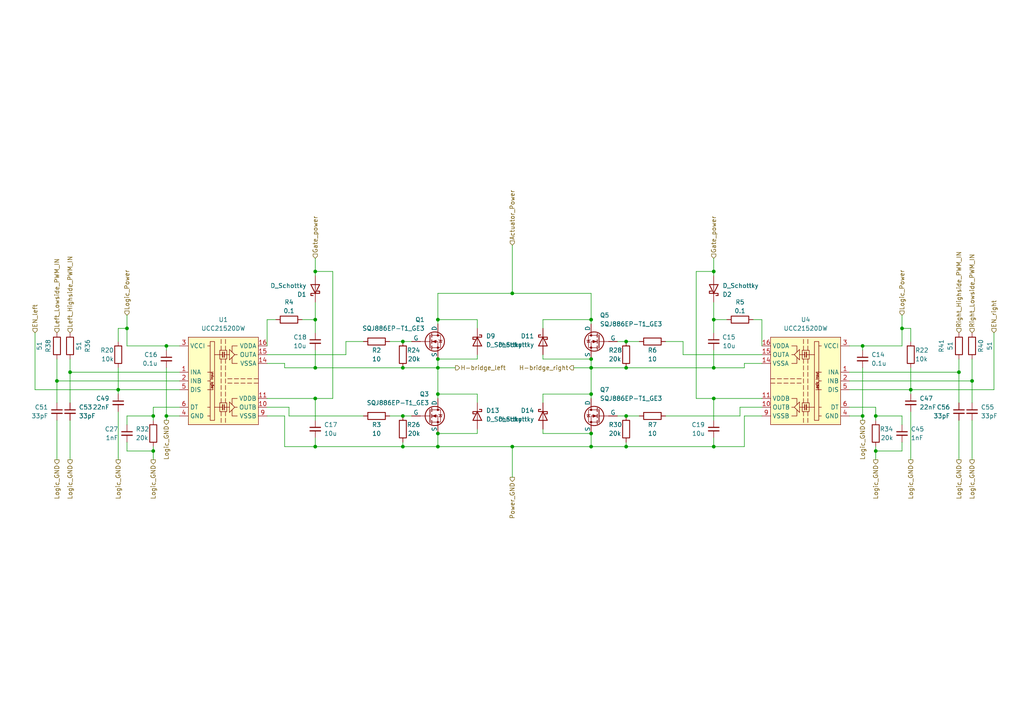
<source format=kicad_sch>
(kicad_sch (version 20230121) (generator eeschema)
  (paper "A4")
  (lib_symbols
    (symbol "Device:C_Small" (pin_numbers hide) (pin_names (offset 0.254) hide)
      (property "Reference" "C" (at 0.254 1.778 0))
      (property "Value" "C_Small" (at 0.254 -2.032 0))
      (symbol "C_Small_0_1"
        (polyline (pts (xy -1.524 -0.508) (xy 1.524 -0.508)) (stroke (width 0.3302)))
        (polyline (pts (xy -1.524 0.508) (xy 1.524 0.508)) (stroke (width 0.3048)))
      )
      (symbol "C_Small_1_1"
        (pin passive line (at 0 2.54 270) (length 2.032) (name "~") (number "1"))
        (pin passive line (at 0 -2.54 90) (length 2.032) (name "~") (number "2"))
      )
    )
    (symbol "Device:D_Schottky" (pin_numbers hide) (pin_names (offset 1.016) hide)
      (property "Reference" "D" (at 0 2.54 0))
      (property "Value" "D_Schottky" (at 0 -2.54 0))
      (symbol "D_Schottky_0_1"
        (polyline (pts (xy 1.27 0) (xy -1.27 0)))
        (polyline (pts (xy 1.27 1.27) (xy 1.27 -1.27) (xy -1.27 0) (xy 1.27 1.27)) (stroke (width 0.254)))
        (polyline (pts (xy -1.905 0.635) (xy -1.905 1.27) (xy -1.27 1.27) (xy -1.27 -1.27) (xy -0.635 -1.27) (xy -0.635 -0.635)) (stroke (width 0.254)))
      )
      (symbol "D_Schottky_1_1"
        (pin passive line (at -3.81 0 0) (length 2.54) (name "K") (number "1"))
        (pin passive line (at 3.81 0 180) (length 2.54) (name "A") (number "2"))
      )
    )
    (symbol "Device:R" (pin_numbers hide) (pin_names (offset 0))
      (property "Reference" "R" (at 2.032 0 90))
      (property "Value" "R" (at 0 0 90))
      (symbol "R_0_1"
        (rectangle (start -1.016 -2.54) (end 1.016 2.54) (stroke (width 0.254)))
      )
      (symbol "R_1_1"
        (pin passive line (at 0 3.81 270) (length 1.27) (name "~") (number "1"))
        (pin passive line (at 0 -3.81 90) (length 1.27) (name "~") (number "2"))
      )
    )
    (symbol "Driver_FET:UCC21520DW"
      (property "Reference" "U" (at 0 16.51 0))
      (property "Value" "UCC21520DW" (at 0 13.97 0))
      (symbol "UCC21520DW_0_0"
        (polyline (pts (xy -0.635 6.35) (xy -0.635 5.08)))
        (polyline (pts (xy -0.635 10.16) (xy -0.635 8.89)))
        (polyline (pts (xy -0.635 12.065) (xy -0.635 10.795)))
        (polyline (pts (xy -0.254 -7.62) (xy -2.54 -7.62)))
        (polyline (pts (xy -0.254 -6.858) (xy -0.254 -8.382)) (stroke (width 0.254)))
        (polyline (pts (xy -0.254 7.62) (xy -2.54 7.62)))
        (polyline (pts (xy -0.254 8.382) (xy -0.254 6.858)) (stroke (width 0.254)))
        (polyline (pts (xy 0.254 -7.62) (xy 1.778 -7.62)))
        (polyline (pts (xy 0.254 -6.858) (xy 0.254 -8.382)) (stroke (width 0.254)))
        (polyline (pts (xy 0.254 7.62) (xy 1.778 7.62)))
        (polyline (pts (xy 0.254 8.382) (xy 0.254 6.858)) (stroke (width 0.254)))
        (polyline (pts (xy 0.635 6.35) (xy 0.635 5.08)))
        (polyline (pts (xy 0.635 8.89) (xy 0.635 10.16)))
        (polyline (pts (xy 0.635 10.795) (xy 0.635 12.065)))
        (polyline (pts (xy 2.54 -0.635) (xy 1.27 -0.635)))
        (polyline (pts (xy 2.54 0.635) (xy 1.27 0.635)))
        (polyline (pts (xy 4.064 -7.62) (xy 3.302 -7.62)))
        (polyline (pts (xy 4.064 7.62) (xy 3.302 7.62)))
        (polyline (pts (xy 4.445 -0.635) (xy 3.175 -0.635)))
        (polyline (pts (xy 4.445 0.635) (xy 3.175 0.635)))
        (polyline (pts (xy 6.35 -0.635) (xy 5.08 -0.635)))
        (polyline (pts (xy 6.35 0.635) (xy 5.08 0.635)))
        (polyline (pts (xy 8.255 -0.635) (xy 6.985 -0.635)))
        (polyline (pts (xy 8.255 0.635) (xy 6.985 0.635)))
        (polyline (pts (xy 10.16 -0.635) (xy 8.89 -0.635)))
        (polyline (pts (xy 10.16 0.635) (xy 8.89 0.635)))
        (polyline (pts (xy 4.064 -10.16) (xy 2.54 -10.16) (xy 2.54 -8.382)))
        (polyline (pts (xy 4.064 -5.08) (xy 2.54 -5.08) (xy 2.54 -6.858)))
        (polyline (pts (xy 4.064 5.08) (xy 2.54 5.08) (xy 2.54 6.858)))
        (polyline (pts (xy 4.064 10.16) (xy 2.54 10.16) (xy 2.54 8.382)))
        (polyline (pts (xy 3.302 -7.62) (xy 1.778 -9.144) (xy 1.778 -6.096) (xy 3.302 -7.62)))
        (polyline (pts (xy 3.302 7.62) (xy 1.778 6.096) (xy 1.778 9.144) (xy 3.302 7.62)))
        (rectangle (start 1.016 -6.35) (end -1.016 -8.89))
        (rectangle (start 1.016 8.89) (end -1.016 6.35))
        (text "Logic Input" (at -3.302 0 900) (effects (font (size 0.635 0.635))))
      )
      (symbol "UCC21520DW_0_1"
        (rectangle (start -3.81 11.43) (end -2.54 -11.43))
        (polyline (pts (xy -3.81 -10.16) (xy -4.572 -10.16)))
        (polyline (pts (xy -3.81 -7.62) (xy -4.572 -7.62)))
        (polyline (pts (xy -3.81 -2.54) (xy -4.572 -2.54)))
        (polyline (pts (xy -3.81 0) (xy -4.572 0)))
        (polyline (pts (xy -3.81 2.54) (xy -4.572 2.54)))
        (polyline (pts (xy -3.81 10.16) (xy -4.572 10.16)))
        (polyline (pts (xy -0.635 -10.795) (xy -0.635 -12.065)))
        (polyline (pts (xy -0.635 -8.89) (xy -0.635 -10.16)))
        (polyline (pts (xy -0.635 -5.08) (xy -0.635 -6.35)))
        (polyline (pts (xy -0.635 -3.175) (xy -0.635 -4.445)))
        (polyline (pts (xy -0.635 -1.27) (xy -0.635 -2.54)))
        (polyline (pts (xy -0.635 0.635) (xy -0.635 -0.635)))
        (polyline (pts (xy -0.635 2.54) (xy -0.635 1.27)))
        (polyline (pts (xy -0.635 4.445) (xy -0.635 3.175)))
        (polyline (pts (xy 0.635 -10.795) (xy 0.635 -12.065)))
        (polyline (pts (xy 0.635 -8.89) (xy 0.635 -10.16)))
        (polyline (pts (xy 0.635 -5.08) (xy 0.635 -6.35)))
        (polyline (pts (xy 0.635 -3.175) (xy 0.635 -4.445)))
        (polyline (pts (xy 0.635 -1.27) (xy 0.635 -2.54)))
        (polyline (pts (xy 0.635 0.635) (xy 0.635 -0.635)))
        (polyline (pts (xy 0.635 2.54) (xy 0.635 1.27)))
        (polyline (pts (xy 0.635 4.445) (xy 0.635 3.175)))
        (rectangle (start 10.16 12.7) (end -10.16 -12.7) (fill (type background)))
      )
      (symbol "UCC21520DW_1_1"
        (pin input line (at -12.7 2.54 0) (length 2.54) (name "INA") (number "1"))
        (pin output line (at 12.7 -7.62 180) (length 2.54) (name "OUTB") (number "10"))
        (pin power_in line (at 12.7 -5.08 180) (length 2.54) (name "VDDB") (number "11"))
        (pin no_connect line (at 10.16 -2.54 180) (length 2.54) hide (name "NC") (number "12"))
        (pin no_connect line (at 10.16 2.54 180) (length 2.54) hide (name "NC") (number "13"))
        (pin power_in line (at 12.7 5.08 180) (length 2.54) (name "VSSA") (number "14"))
        (pin output line (at 12.7 7.62 180) (length 2.54) (name "OUTA") (number "15"))
        (pin power_in line (at 12.7 10.16 180) (length 2.54) (name "VDDA") (number "16"))
        (pin input line (at -12.7 0 0) (length 2.54) (name "INB") (number "2"))
        (pin power_in line (at -12.7 10.16 0) (length 2.54) (name "VCCI") (number "3"))
        (pin power_in line (at -12.7 -10.16 0) (length 2.54) (name "GND") (number "4"))
        (pin input line (at -12.7 -2.54 0) (length 2.54) (name "DIS") (number "5"))
        (pin passive line (at -12.7 -7.62 0) (length 2.54) (name "DT") (number "6"))
        (pin no_connect line (at -10.16 -5.08 0) (length 2.54) hide (name "NC") (number "7"))
        (pin passive line (at -12.7 10.16 0) (length 2.54) hide (name "VCCI") (number "8"))
        (pin power_in line (at 12.7 -10.16 180) (length 2.54) (name "VSSB") (number "9"))
      )
    )
    (symbol "RDC_generic:SQJ886EP-T1_GE3" (pin_numbers hide) (pin_names (offset 0))
      (property "Reference" "Q" (at 5.08 1.27 0))
      (property "Value" "SQJ886EP-T1_GE3" (at 5.08 -1.27 0))
      (symbol "SQJ886EP-T1_GE3_0_1"
        (polyline (pts (xy 0.254 0) (xy -2.54 0)))
        (polyline (pts (xy 0.254 1.905) (xy 0.254 -1.905)) (stroke (width 0.254)))
        (polyline (pts (xy 0.762 -1.27) (xy 0.762 -2.286)) (stroke (width 0.254)))
        (polyline (pts (xy 0.762 0.508) (xy 0.762 -0.508)) (stroke (width 0.254)))
        (polyline (pts (xy 0.762 2.286) (xy 0.762 1.27)) (stroke (width 0.254)))
        (polyline (pts (xy 2.54 2.54) (xy 2.54 1.778)))
        (polyline (pts (xy 2.54 -2.54) (xy 2.54 0) (xy 0.762 0)))
        (polyline (pts (xy 0.762 -1.778) (xy 3.302 -1.778) (xy 3.302 1.778) (xy 0.762 1.778)))
        (polyline (pts (xy 1.016 0) (xy 2.032 0.381) (xy 2.032 -0.381) (xy 1.016 0)) (fill (type outline)))
        (polyline (pts (xy 2.794 0.508) (xy 2.921 0.381) (xy 3.683 0.381) (xy 3.81 0.254)))
        (polyline (pts (xy 3.302 0.381) (xy 2.921 -0.254) (xy 3.683 -0.254) (xy 3.302 0.381)))
        (circle (center 1.651 0) (radius 2.794) (stroke (width 0.254)))
        (circle (center 2.54 -1.778) (radius 0.254) (fill (type outline)))
        (circle (center 2.54 1.778) (radius 0.254) (fill (type outline)))
      )
      (symbol "SQJ886EP-T1_GE3_1_1"
        (pin passive line (at 2.54 -5.08 90) (length 2.54) (name "S") (number "1"))
        (pin passive line (at 2.54 -5.08 90) (length 2.54) hide (name "S") (number "2"))
        (pin passive line (at 2.54 -5.08 90) (length 2.54) hide (name "S") (number "3"))
        (pin input line (at -5.08 0 0) (length 2.54) (name "G") (number "4"))
        (pin passive line (at 2.54 5.08 270) (length 2.54) (name "D") (number "5"))
      )
    )
  )
  (junction (at 116.84 129.54))
  (junction (at 127 106.68))
  (junction (at 281.94 110.49))
  (junction (at 250.19 100.33))
  (junction (at 91.44 92.71))
  (junction (at 171.45 114.3))
  (junction (at 16.51 110.49))
  (junction (at 127 129.54))
  (junction (at 44.45 130.81))
  (junction (at 36.83 95.25))
  (junction (at 278.13 107.95))
  (junction (at 181.61 120.65))
  (junction (at 48.26 120.65))
  (junction (at 148.59 85.09))
  (junction (at 116.84 120.65))
  (junction (at 181.61 106.68))
  (junction (at 91.44 78.74))
  (junction (at 207.01 78.74))
  (junction (at 207.01 106.68))
  (junction (at 264.16 113.03))
  (junction (at 127 125.73))
  (junction (at 34.29 113.03))
  (junction (at 127 114.3))
  (junction (at 171.45 129.54))
  (junction (at 254 120.65))
  (junction (at 116.84 99.06))
  (junction (at 44.45 120.65))
  (junction (at 20.32 107.95))
  (junction (at 171.45 92.71))
  (junction (at 250.19 120.65))
  (junction (at 207.01 92.71))
  (junction (at 181.61 129.54))
  (junction (at 91.44 115.57))
  (junction (at 207.01 115.57))
  (junction (at 127 104.14))
  (junction (at 116.84 106.68))
  (junction (at 254 130.81))
  (junction (at 207.01 129.54))
  (junction (at 171.45 106.68))
  (junction (at 171.45 104.14))
  (junction (at 91.44 129.54))
  (junction (at 48.26 100.33))
  (junction (at 261.62 95.25))
  (junction (at 181.61 99.06))
  (junction (at 127 92.71))
  (junction (at 91.44 106.68))
  (junction (at 171.45 125.73))
  (junction (at 148.59 129.54))
  (wire (pts (xy 16.51 121.92) (xy 16.51 133.35)))
  (wire (pts (xy 157.48 114.3) (xy 171.45 114.3)))
  (wire (pts (xy 207.01 74.93) (xy 207.01 78.74)))
  (wire (pts (xy 138.43 114.3) (xy 127 114.3)))
  (wire (pts (xy 91.44 80.01) (xy 91.44 78.74)))
  (wire (pts (xy 91.44 115.57) (xy 91.44 121.92)))
  (wire (pts (xy 16.51 104.14) (xy 16.51 110.49)))
  (wire (pts (xy 116.84 120.65) (xy 119.38 120.65)))
  (wire (pts (xy 34.29 95.25) (xy 36.83 95.25)))
  (wire (pts (xy 207.01 80.01) (xy 207.01 78.74)))
  (wire (pts (xy 264.16 119.38) (xy 264.16 133.35)))
  (wire (pts (xy 116.84 99.06) (xy 119.38 99.06)))
  (wire (pts (xy 36.83 100.33) (xy 48.26 100.33)))
  (wire (pts (xy 87.63 92.71) (xy 91.44 92.71)))
  (wire (pts (xy 261.62 95.25) (xy 261.62 100.33)))
  (wire (pts (xy 148.59 129.54) (xy 171.45 129.54)))
  (wire (pts (xy 254 120.65) (xy 254 118.11)))
  (wire (pts (xy 44.45 120.65) (xy 44.45 118.11)))
  (wire (pts (xy 254 130.81) (xy 254 133.35)))
  (wire (pts (xy 215.9 106.68) (xy 207.01 106.68)))
  (wire (pts (xy 185.42 99.06) (xy 181.61 99.06)))
  (wire (pts (xy 181.61 99.06) (xy 179.07 99.06)))
  (wire (pts (xy 91.44 78.74) (xy 96.52 78.74)))
  (wire (pts (xy 127 106.68) (xy 132.08 106.68)))
  (wire (pts (xy 77.47 100.33) (xy 77.47 92.71)))
  (wire (pts (xy 246.38 113.03) (xy 264.16 113.03)))
  (wire (pts (xy 148.59 85.09) (xy 171.45 85.09)))
  (wire (pts (xy 91.44 106.68) (xy 116.84 106.68)))
  (wire (pts (xy 201.93 115.57) (xy 207.01 115.57)))
  (wire (pts (xy 48.26 120.65) (xy 52.07 120.65)))
  (wire (pts (xy 148.59 129.54) (xy 148.59 138.43)))
  (wire (pts (xy 250.19 100.33) (xy 246.38 100.33)))
  (wire (pts (xy 264.16 95.25) (xy 261.62 95.25)))
  (wire (pts (xy 83.82 118.11) (xy 83.82 120.65)))
  (wire (pts (xy 264.16 99.06) (xy 264.16 95.25)))
  (wire (pts (xy 254 118.11) (xy 246.38 118.11)))
  (wire (pts (xy 220.98 115.57) (xy 207.01 115.57)))
  (wire (pts (xy 220.98 120.65) (xy 215.9 120.65)))
  (wire (pts (xy 34.29 119.38) (xy 34.29 133.35)))
  (wire (pts (xy 198.12 99.06) (xy 193.04 99.06)))
  (wire (pts (xy 113.03 99.06) (xy 116.84 99.06)))
  (wire (pts (xy 278.13 107.95) (xy 246.38 107.95)))
  (wire (pts (xy 10.16 113.03) (xy 34.29 113.03)))
  (wire (pts (xy 207.01 87.63) (xy 207.01 92.71)))
  (wire (pts (xy 261.62 130.81) (xy 254 130.81)))
  (wire (pts (xy 20.32 107.95) (xy 52.07 107.95)))
  (wire (pts (xy 127 92.71) (xy 127 85.09)))
  (wire (pts (xy 138.43 116.84) (xy 138.43 114.3)))
  (wire (pts (xy 77.47 102.87) (xy 100.33 102.87)))
  (wire (pts (xy 16.51 110.49) (xy 52.07 110.49)))
  (wire (pts (xy 82.55 105.41) (xy 82.55 106.68)))
  (wire (pts (xy 77.47 115.57) (xy 91.44 115.57)))
  (wire (pts (xy 127 106.68) (xy 127 114.3)))
  (wire (pts (xy 207.01 106.68) (xy 181.61 106.68)))
  (wire (pts (xy 181.61 128.27) (xy 181.61 129.54)))
  (wire (pts (xy 36.83 128.27) (xy 36.83 130.81)))
  (wire (pts (xy 207.01 78.74) (xy 201.93 78.74)))
  (wire (pts (xy 91.44 74.93) (xy 91.44 78.74)))
  (wire (pts (xy 181.61 106.68) (xy 171.45 106.68)))
  (wire (pts (xy 157.48 102.87) (xy 157.48 104.14)))
  (wire (pts (xy 113.03 120.65) (xy 116.84 120.65)))
  (wire (pts (xy 138.43 92.71) (xy 127 92.71)))
  (wire (pts (xy 127 125.73) (xy 127 129.54)))
  (wire (pts (xy 250.19 120.65) (xy 250.19 121.92)))
  (wire (pts (xy 220.98 100.33) (xy 220.98 92.71)))
  (wire (pts (xy 288.29 113.03) (xy 264.16 113.03)))
  (wire (pts (xy 215.9 129.54) (xy 207.01 129.54)))
  (wire (pts (xy 181.61 120.65) (xy 179.07 120.65)))
  (wire (pts (xy 20.32 121.92) (xy 20.32 133.35)))
  (wire (pts (xy 198.12 102.87) (xy 220.98 102.87)))
  (wire (pts (xy 157.48 124.46) (xy 157.48 125.73)))
  (wire (pts (xy 281.94 110.49) (xy 281.94 116.84)))
  (wire (pts (xy 215.9 120.65) (xy 215.9 129.54)))
  (wire (pts (xy 91.44 127) (xy 91.44 129.54)))
  (wire (pts (xy 254 129.54) (xy 254 130.81)))
  (wire (pts (xy 138.43 95.25) (xy 138.43 92.71)))
  (wire (pts (xy 48.26 106.68) (xy 48.26 120.65)))
  (wire (pts (xy 207.01 127) (xy 207.01 129.54)))
  (wire (pts (xy 210.82 92.71) (xy 207.01 92.71)))
  (wire (pts (xy 171.45 93.98) (xy 171.45 92.71)))
  (wire (pts (xy 138.43 124.46) (xy 138.43 125.73)))
  (wire (pts (xy 185.42 120.65) (xy 181.61 120.65)))
  (wire (pts (xy 250.19 106.68) (xy 250.19 120.65)))
  (wire (pts (xy 77.47 92.71) (xy 80.01 92.71)))
  (wire (pts (xy 36.83 95.25) (xy 36.83 100.33)))
  (wire (pts (xy 215.9 105.41) (xy 215.9 106.68)))
  (wire (pts (xy 77.47 118.11) (xy 83.82 118.11)))
  (wire (pts (xy 138.43 102.87) (xy 138.43 104.14)))
  (wire (pts (xy 91.44 101.6) (xy 91.44 106.68)))
  (wire (pts (xy 100.33 102.87) (xy 100.33 99.06)))
  (wire (pts (xy 91.44 92.71) (xy 91.44 96.52)))
  (wire (pts (xy 264.16 106.68) (xy 264.16 113.03)))
  (wire (pts (xy 91.44 129.54) (xy 116.84 129.54)))
  (wire (pts (xy 220.98 118.11) (xy 214.63 118.11)))
  (wire (pts (xy 82.55 129.54) (xy 91.44 129.54)))
  (wire (pts (xy 157.48 92.71) (xy 171.45 92.71)))
  (wire (pts (xy 198.12 102.87) (xy 198.12 99.06)))
  (wire (pts (xy 96.52 78.74) (xy 96.52 115.57)))
  (wire (pts (xy 254 121.92) (xy 254 120.65)))
  (wire (pts (xy 181.61 129.54) (xy 171.45 129.54)))
  (wire (pts (xy 207.01 101.6) (xy 207.01 106.68)))
  (wire (pts (xy 10.16 96.52) (xy 10.16 113.03)))
  (wire (pts (xy 288.29 96.52) (xy 288.29 113.03)))
  (wire (pts (xy 214.63 120.65) (xy 193.04 120.65)))
  (wire (pts (xy 20.32 104.14) (xy 20.32 107.95)))
  (wire (pts (xy 281.94 104.14) (xy 281.94 110.49)))
  (wire (pts (xy 127 93.98) (xy 127 92.71)))
  (wire (pts (xy 250.19 101.6) (xy 250.19 100.33)))
  (wire (pts (xy 34.29 99.06) (xy 34.29 95.25)))
  (wire (pts (xy 157.48 104.14) (xy 171.45 104.14)))
  (wire (pts (xy 127 106.68) (xy 127 104.14)))
  (wire (pts (xy 201.93 78.74) (xy 201.93 115.57)))
  (wire (pts (xy 250.19 120.65) (xy 246.38 120.65)))
  (wire (pts (xy 171.45 106.68) (xy 171.45 114.3)))
  (wire (pts (xy 82.55 106.68) (xy 91.44 106.68)))
  (wire (pts (xy 127 85.09) (xy 148.59 85.09)))
  (wire (pts (xy 261.62 91.44) (xy 261.62 95.25)))
  (wire (pts (xy 36.83 123.19) (xy 36.83 120.65)))
  (wire (pts (xy 91.44 87.63) (xy 91.44 92.71)))
  (wire (pts (xy 171.45 125.73) (xy 171.45 129.54)))
  (wire (pts (xy 96.52 115.57) (xy 91.44 115.57)))
  (wire (pts (xy 100.33 99.06) (xy 105.41 99.06)))
  (wire (pts (xy 116.84 128.27) (xy 116.84 129.54)))
  (wire (pts (xy 34.29 113.03) (xy 34.29 106.68)))
  (wire (pts (xy 220.98 105.41) (xy 215.9 105.41)))
  (wire (pts (xy 157.48 116.84) (xy 157.48 114.3)))
  (wire (pts (xy 36.83 120.65) (xy 44.45 120.65)))
  (wire (pts (xy 264.16 113.03) (xy 264.16 114.3)))
  (wire (pts (xy 44.45 129.54) (xy 44.45 130.81)))
  (wire (pts (xy 214.63 118.11) (xy 214.63 120.65)))
  (wire (pts (xy 77.47 120.65) (xy 82.55 120.65)))
  (wire (pts (xy 281.94 121.92) (xy 281.94 133.35)))
  (wire (pts (xy 278.13 121.92) (xy 278.13 133.35)))
  (wire (pts (xy 48.26 120.65) (xy 48.26 121.92)))
  (wire (pts (xy 44.45 118.11) (xy 52.07 118.11)))
  (wire (pts (xy 77.47 105.41) (xy 82.55 105.41)))
  (wire (pts (xy 250.19 100.33) (xy 261.62 100.33)))
  (wire (pts (xy 138.43 125.73) (xy 127 125.73)))
  (wire (pts (xy 48.26 101.6) (xy 48.26 100.33)))
  (wire (pts (xy 48.26 100.33) (xy 52.07 100.33)))
  (wire (pts (xy 157.48 125.73) (xy 171.45 125.73)))
  (wire (pts (xy 207.01 115.57) (xy 207.01 121.92)))
  (wire (pts (xy 82.55 120.65) (xy 82.55 129.54)))
  (wire (pts (xy 36.83 91.44) (xy 36.83 95.25)))
  (wire (pts (xy 138.43 104.14) (xy 127 104.14)))
  (wire (pts (xy 116.84 106.68) (xy 127 106.68)))
  (wire (pts (xy 36.83 130.81) (xy 44.45 130.81)))
  (wire (pts (xy 278.13 104.14) (xy 278.13 107.95)))
  (wire (pts (xy 127 114.3) (xy 127 115.57)))
  (wire (pts (xy 171.45 114.3) (xy 171.45 115.57)))
  (wire (pts (xy 52.07 113.03) (xy 34.29 113.03)))
  (wire (pts (xy 34.29 114.3) (xy 34.29 113.03)))
  (wire (pts (xy 220.98 92.71) (xy 218.44 92.71)))
  (wire (pts (xy 83.82 120.65) (xy 105.41 120.65)))
  (wire (pts (xy 148.59 71.12) (xy 148.59 85.09)))
  (wire (pts (xy 207.01 129.54) (xy 181.61 129.54)))
  (wire (pts (xy 261.62 120.65) (xy 254 120.65)))
  (wire (pts (xy 281.94 110.49) (xy 246.38 110.49)))
  (wire (pts (xy 207.01 92.71) (xy 207.01 96.52)))
  (wire (pts (xy 148.59 129.54) (xy 127 129.54)))
  (wire (pts (xy 44.45 130.81) (xy 44.45 133.35)))
  (wire (pts (xy 16.51 110.49) (xy 16.51 116.84)))
  (wire (pts (xy 261.62 128.27) (xy 261.62 130.81)))
  (wire (pts (xy 44.45 121.92) (xy 44.45 120.65)))
  (wire (pts (xy 171.45 106.68) (xy 171.45 104.14)))
  (wire (pts (xy 278.13 107.95) (xy 278.13 116.84)))
  (wire (pts (xy 171.45 92.71) (xy 171.45 85.09)))
  (wire (pts (xy 116.84 129.54) (xy 127 129.54)))
  (wire (pts (xy 261.62 123.19) (xy 261.62 120.65)))
  (wire (pts (xy 171.45 106.68) (xy 166.37 106.68)))
  (wire (pts (xy 20.32 107.95) (xy 20.32 116.84)))
  (wire (pts (xy 157.48 95.25) (xy 157.48 92.71)))
  (hierarchical_label "Logic_GND" (shape output) (at 281.94 133.35 270))
  (hierarchical_label "H-bridge_right" (shape output) (at 166.37 106.68 180))
  (hierarchical_label "Right_Highside_PWM_IN" (shape input) (at 278.13 96.52 90))
  (hierarchical_label "Logic_GND" (shape output) (at 48.26 121.92 270))
  (hierarchical_label "Logic_GND" (shape output) (at 44.45 133.35 270))
  (hierarchical_label "Gate_power" (shape input) (at 91.44 74.93 90))
  (hierarchical_label "H-bridge_left" (shape output) (at 132.08 106.68 0))
  (hierarchical_label "Left_Lowside_PWM_IN" (shape input) (at 16.51 96.52 90))
  (hierarchical_label "Logic_GND" (shape output) (at 20.32 133.35 270))
  (hierarchical_label "Logic_GND" (shape output) (at 264.16 133.35 270))
  (hierarchical_label "Logic_GND" (shape output) (at 34.29 133.35 270))
  (hierarchical_label "EN_right" (shape input) (at 288.29 96.52 90))
  (hierarchical_label "Logic_Power" (shape input) (at 36.83 91.44 90))
  (hierarchical_label "Logic_GND" (shape output) (at 250.19 121.92 270))
  (hierarchical_label "Logic_Power" (shape input) (at 261.62 91.44 90))
  (hierarchical_label "EN_left" (shape input) (at 10.16 96.52 90))
  (hierarchical_label "Logic_GND" (shape output) (at 16.51 133.35 270))
  (hierarchical_label "Logic_GND" (shape output) (at 254 133.35 270))
  (hierarchical_label "Gate_power" (shape input) (at 207.01 74.93 90))
  (hierarchical_label "Power_GND" (shape output) (at 148.59 138.43 270))
  (hierarchical_label "Left_Highside_PWM_IN" (shape input) (at 20.32 96.52 90))
  (hierarchical_label "Logic_GND" (shape output) (at 278.13 133.35 270))
  (hierarchical_label "Actuator_Power" (shape input) (at 148.59 71.12 90))
  (hierarchical_label "Right_Lowside_PWM_IN" (shape input) (at 281.94 96.52 90))
  (symbol (lib_id "Device:R") (at 109.22 99.06 90) (unit 1)
    (property "Reference" "R2" (at 109.22 101.6 90))
    (property "Value" "10" (at 109.22 104.14 90))
    (property "Footprint" "Resistor_SMD:R_0805_2012Metric_Pad1.20x1.40mm_HandSolder" (effects hide))
    (instances (project "schematic_MD" (path "" (reference "R2") (unit 1)) (path "" (reference "R9") (unit 1))))
  )
  (symbol (lib_id "Device:R") (at 189.23 120.65 270) (mirror x) (unit 1)
    (property "Reference" "R7" (at 189.23 123.19 90))
    (property "Value" "10" (at 189.23 125.73 90))
    (property "Footprint" "Resistor_SMD:R_0805_2012Metric_Pad1.20x1.40mm_HandSolder" (effects hide))
    (instances (project "schematic_MD" (path "" (reference "R7") (unit 1)) (path "" (reference "R12") (unit 1))))
  )
  (symbol (lib_id "Driver_FET:UCC21520DW") (at 233.68 110.49 0) (mirror y) (unit 1)
    (property "Reference" "U4" (at 233.68 92.71 0))
    (property "Value" "UCC21520DW" (at 233.68 95.25 0))
    (property "Footprint" "Package_SO:SOIC-16W_7.5x10.3mm_P1.27mm" (effects hide))
    (property "Datasheet" "http://www.ti.com/lit/ds/symlink/ucc21520.pdf" (effects hide))
    (instances (project "schematic_MD" (path "" (reference "U4") (unit 1)) (path "" (reference "U5") (unit 1))))
  )
  (symbol (lib_id "Device:R") (at 20.32 100.33 0) (unit 1)
    (property "Reference" "R36" (at 25.4 100.33 90))
    (property "Value" "51" (at 22.86 100.33 90))
    (property "Footprint" "Resistor_SMD:R_0603_1608Metric_Pad0.98x0.95mm_HandSolder" (effects hide))
    (instances (project "schematic_MD" (path "" (reference "R36") (unit 1)) (path "" (reference "R37") (unit 1))))
  )
  (symbol (lib_id "Device:D_Schottky") (at 138.43 99.06 270) (unit 1)
    (property "Reference" "D9" (at 140.97 97.4725 90) (effects (justify left)))
    (property "Value" "D_Schottky" (at 140.97 100.0125 90) (effects (justify left)))
    (property "Footprint" "Diode_SMD:D_SOD-123F" (effects hide))
    (instances (project "schematic_MD" (path "" (reference "D9") (unit 1)) (path "" (reference "D10") (unit 1))))
  )
  (symbol (lib_id "Device:R") (at 214.63 92.71 270) (mirror x) (unit 1)
    (property "Reference" "R5" (at 214.63 87.63 90))
    (property "Value" "0.1" (at 214.63 90.17 90))
    (property "Footprint" "Resistor_SMD:R_1206_3216Metric_Pad1.30x1.75mm_HandSolder" (effects hide))
    (instances (project "schematic_MD" (path "" (reference "R5") (unit 1)) (path "" (reference "R13") (unit 1))))
  )
  (symbol (lib_id "Device:R") (at 16.51 100.33 0) (unit 1)
    (property "Reference" "R38" (at 13.97 100.33 90))
    (property "Value" "51" (at 11.43 100.33 90))
    (property "Footprint" "Resistor_SMD:R_0603_1608Metric_Pad0.98x0.95mm_HandSolder" (effects hide))
    (instances (project "schematic_MD" (path "" (reference "R38") (unit 1)) (path "" (reference "R39") (unit 1))))
  )
  (symbol (lib_id "Device:R") (at 116.84 124.46 0) (unit 1)
    (property "Reference" "R26" (at 121.92 123.19 0) (effects (justify right)))
    (property "Value" "20k" (at 121.92 125.73 0) (effects (justify right)))
    (property "Footprint" "Resistor_SMD:R_0402_1005Metric_Pad0.72x0.64mm_HandSolder" (effects hide))
    (instances (project "schematic_MD" (path "" (reference "R26") (unit 1)) (path "" (reference "R27") (unit 1))))
  )
  (symbol (lib_id "Device:C_Small") (at 16.51 119.38 0) (unit 1)
    (property "Reference" "C51" (at 13.97 118.1163 0) (effects (justify right)))
    (property "Value" "33pF" (at 13.97 120.65 0) (effects (justify right)))
    (property "Footprint" "Capacitor_SMD:C_0603_1608Metric_Pad1.08x0.95mm_HandSolder" (effects hide))
    (instances (project "schematic_MD" (path "" (reference "C51") (unit 1)) (path "" (reference "C52") (unit 1))))
  )
  (symbol (lib_id "Device:C_Small") (at 207.01 99.06 0) (unit 1)
    (property "Reference" "C15" (at 213.36 97.79 0) (effects (justify right)))
    (property "Value" "10u" (at 213.36 100.3237 0) (effects (justify right)))
    (property "Footprint" "Capacitor_SMD:C_1210_3225Metric_Pad1.33x2.70mm_HandSolder" (effects hide))
    (instances (project "schematic_MD" (path "" (reference "C15") (unit 1)) (path "" (reference "C21") (unit 1))))
  )
  (symbol (lib_id "Device:D_Schottky") (at 91.44 83.82 90) (unit 1)
    (property "Reference" "D1" (at 88.9 85.4075 90) (effects (justify left)))
    (property "Value" "D_Schottky" (at 88.9 82.8675 90) (effects (justify left)))
    (property "Footprint" "Diode_SMD:D_SOD-123F" (effects hide))
    (instances (project "schematic_MD" (path "" (reference "D1") (unit 1)) (path "" (reference "D3") (unit 1))))
  )
  (symbol (lib_id "Driver_FET:UCC21520DW") (at 64.77 110.49 0) (unit 1)
    (property "Reference" "U1" (at 64.77 92.71 0))
    (property "Value" "UCC21520DW" (at 64.77 95.25 0))
    (property "Footprint" "Package_SO:SOIC-16W_7.5x10.3mm_P1.27mm" (effects hide))
    (property "Datasheet" "http://www.ti.com/lit/ds/symlink/ucc21520.pdf" (effects hide))
    (instances (project "schematic_MD" (path "" (reference "U1") (unit 1)) (path "" (reference "U3") (unit 1))))
  )
  (symbol (lib_id "Device:R") (at 254 125.73 0) (unit 1)
    (property "Reference" "R34" (at 259.08 124.46 0) (effects (justify right)))
    (property "Value" "20k" (at 259.08 127 0) (effects (justify right)))
    (property "Footprint" "Resistor_SMD:R_0402_1005Metric_Pad0.72x0.64mm_HandSolder" (effects hide))
    (instances (project "schematic_MD" (path "" (reference "R34") (unit 1)) (path "" (reference "R35") (unit 1))))
  )
  (symbol (lib_id "Device:C_Small") (at 20.32 119.38 0) (mirror y) (unit 1)
    (property "Reference" "C53" (at 22.86 118.1163 0) (effects (justify right)))
    (property "Value" "33pF" (at 22.86 120.65 0) (effects (justify right)))
    (property "Footprint" "Capacitor_SMD:C_0603_1608Metric_Pad1.08x0.95mm_HandSolder" (effects hide))
    (instances (project "schematic_MD" (path "" (reference "C53") (unit 1)) (path "" (reference "C54") (unit 1))))
  )
  (symbol (lib_id "Device:R") (at 281.94 100.33 0) (mirror y) (unit 1)
    (property "Reference" "R40" (at 284.48 100.33 90))
    (property "Value" "51" (at 287.02 100.33 90))
    (property "Footprint" "Resistor_SMD:R_0603_1608Metric_Pad0.98x0.95mm_HandSolder" (effects hide))
    (instances (project "schematic_MD" (path "" (reference "R40") (unit 1)) (path "" (reference "R42") (unit 1))))
  )
  (symbol (lib_id "Device:R") (at 109.22 120.65 90) (unit 1)
    (property "Reference" "R3" (at 109.22 123.19 90))
    (property "Value" "10" (at 109.22 125.73 90))
    (property "Footprint" "Resistor_SMD:R_0805_2012Metric_Pad1.20x1.40mm_HandSolder" (effects hide))
    (instances (project "schematic_MD" (path "" (reference "R3") (unit 1)) (path "" (reference "R10") (unit 1))))
  )
  (symbol (lib_id "Device:D_Schottky") (at 207.01 83.82 270) (mirror x) (unit 1)
    (property "Reference" "D2" (at 209.55 85.4075 90) (effects (justify left)))
    (property "Value" "D_Schottky" (at 209.55 82.8675 90) (effects (justify left)))
    (property "Footprint" "Diode_SMD:D_SOD-123F" (effects hide))
    (instances (project "schematic_MD" (path "" (reference "D2") (unit 1)) (path "" (reference "D4") (unit 1))))
  )
  (symbol (lib_id "Device:C_Small") (at 36.83 125.73 0) (unit 1)
    (property "Reference" "C27" (at 34.29 124.46 0) (effects (justify right)))
    (property "Value" "1nF" (at 34.29 127 0) (effects (justify right)))
    (property "Footprint" "Capacitor_SMD:C_0402_1005Metric_Pad0.74x0.62mm_HandSolder" (effects hide))
    (instances (project "schematic_MD" (path "" (reference "C27") (unit 1)) (path "" (reference "C44") (unit 1))))
  )
  (symbol (lib_id "Device:C_Small") (at 278.13 119.38 0) (unit 1)
    (property "Reference" "C56" (at 275.59 118.1163 0) (effects (justify right)))
    (property "Value" "33pF" (at 275.59 120.65 0) (effects (justify right)))
    (property "Footprint" "Capacitor_SMD:C_0603_1608Metric_Pad1.08x0.95mm_HandSolder" (effects hide))
    (instances (project "schematic_MD" (path "" (reference "C56") (unit 1)) (path "" (reference "C58") (unit 1))))
  )
  (symbol (lib_id "Device:D_Schottky") (at 138.43 120.65 270) (unit 1)
    (property "Reference" "D13" (at 140.97 119.0625 90) (effects (justify left)))
    (property "Value" "D_Schottky" (at 140.97 121.6025 90) (effects (justify left)))
    (property "Footprint" "Diode_SMD:D_SOD-123F" (effects hide))
    (instances (project "schematic_MD" (path "" (reference "D13") (unit 1)) (path "" (reference "D15") (unit 1))))
  )
  (symbol (lib_id "Device:R") (at 116.84 102.87 0) (unit 1)
    (property "Reference" "R24" (at 121.92 101.6 0) (effects (justify right)))
    (property "Value" "20k" (at 121.92 104.14 0) (effects (justify right)))
    (property "Footprint" "Resistor_SMD:R_0402_1005Metric_Pad0.72x0.64mm_HandSolder" (effects hide))
    (instances (project "schematic_MD" (path "" (reference "R24") (unit 1)) (path "" (reference "R25") (unit 1))))
  )
  (symbol (lib_id "Device:C_Small") (at 48.26 104.14 0) (unit 1)
    (property "Reference" "C16" (at 45.72 102.87 0) (effects (justify right)))
    (property "Value" "0.1u" (at 45.72 105.41 0) (effects (justify right)))
    (property "Footprint" "Capacitor_SMD:C_0402_1005Metric_Pad0.74x0.62mm_HandSolder" (effects hide))
    (instances (project "schematic_MD" (path "" (reference "C16") (unit 1)) (path "" (reference "C22") (unit 1))))
  )
  (symbol (lib_id "Device:C_Small") (at 91.44 99.06 0) (mirror y) (unit 1)
    (property "Reference" "C18" (at 85.09 97.79 0) (effects (justify right)))
    (property "Value" "10u" (at 85.09 100.3237 0) (effects (justify right)))
    (property "Footprint" "Capacitor_SMD:C_1210_3225Metric_Pad1.33x2.70mm_HandSolder" (effects hide))
    (instances (project "schematic_MD" (path "" (reference "C18") (unit 1)) (path "" (reference "C23") (unit 1))))
  )
  (symbol (lib_id "Device:R") (at 264.16 102.87 0) (mirror y) (unit 1)
    (property "Reference" "R22" (at 265.43 101.6 0) (effects (justify right)))
    (property "Value" "10k" (at 265.43 104.14 0) (effects (justify right)))
    (property "Footprint" "Resistor_SMD:R_0402_1005Metric_Pad0.72x0.64mm_HandSolder" (effects hide))
    (instances (project "schematic_MD" (path "" (reference "R22") (unit 1)) (path "" (reference "R23") (unit 1))))
  )
  (symbol (lib_id "Device:C_Small") (at 261.62 125.73 0) (mirror y) (unit 1)
    (property "Reference" "C45" (at 264.16 124.46 0) (effects (justify right)))
    (property "Value" "1nF" (at 264.16 127 0) (effects (justify right)))
    (property "Footprint" "Capacitor_SMD:C_0402_1005Metric_Pad0.74x0.62mm_HandSolder" (effects hide))
    (instances (project "schematic_MD" (path "" (reference "C45") (unit 1)) (path "" (reference "C46") (unit 1))))
  )
  (symbol (lib_id "Device:R") (at 83.82 92.71 90) (unit 1)
    (property "Reference" "R4" (at 83.82 87.63 90))
    (property "Value" "0.1" (at 83.82 90.17 90))
    (property "Footprint" "Resistor_SMD:R_1206_3216Metric_Pad1.30x1.75mm_HandSolder" (effects hide))
    (instances (project "schematic_MD" (path "" (reference "R4") (unit 1)) (path "" (reference "R8") (unit 1))))
  )
  (symbol (lib_id "Device:C_Small") (at 250.19 104.14 0) (mirror y) (unit 1)
    (property "Reference" "C14" (at 252.73 102.87 0) (effects (justify right)))
    (property "Value" "0.1u" (at 252.73 105.41 0) (effects (justify right)))
    (property "Footprint" "Capacitor_SMD:C_0402_1005Metric_Pad0.74x0.62mm_HandSolder" (effects hide))
    (instances (project "schematic_MD" (path "" (reference "C14") (unit 1)) (path "" (reference "C20") (unit 1))))
  )
  (symbol (lib_id "RDC_generic:SQJ886EP-T1_GE3") (at 124.46 120.65 0) (unit 1)
    (property "Reference" "Q3" (at 124.46 114.3 0) (effects (justify right)))
    (property "Value" "SQJ886EP-T1_GE3" (at 124.46 116.84 0) (effects (justify right)))
    (property "Footprint" "Package_SO:PowerPAK_SO-8L_Single" (effects hide))
    (property "Datasheet" "https://www.vishay.com/docs/62790/sqj886ep.pdf" (effects hide))
    (instances (project "schematic_MD" (path "" (reference "Q3") (unit 1)) (path "" (reference "Q4") (unit 1))))
  )
  (symbol (lib_id "Device:R") (at 189.23 99.06 270) (mirror x) (unit 1)
    (property "Reference" "R6" (at 189.23 101.6 90))
    (property "Value" "10" (at 189.23 104.14 90))
    (property "Footprint" "Resistor_SMD:R_0805_2012Metric_Pad1.20x1.40mm_HandSolder" (effects hide))
    (instances (project "schematic_MD" (path "" (reference "R6") (unit 1)) (path "" (reference "R11") (unit 1))))
  )
  (symbol (lib_id "Device:C_Small") (at 207.01 124.46 0) (unit 1)
    (property "Reference" "C19" (at 204.47 123.1963 0) (effects (justify right)))
    (property "Value" "10u" (at 204.47 125.73 0) (effects (justify right)))
    (property "Footprint" "Capacitor_SMD:C_1210_3225Metric_Pad1.33x2.70mm_HandSolder" (effects hide))
    (instances (project "schematic_MD" (path "" (reference "C19") (unit 1)) (path "" (reference "C25") (unit 1))))
  )
  (symbol (lib_id "Device:R") (at 34.29 102.87 0) (unit 1)
    (property "Reference" "R20" (at 33.02 101.6 0) (effects (justify right)))
    (property "Value" "10k" (at 33.02 104.14 0) (effects (justify right)))
    (property "Footprint" "Resistor_SMD:R_0402_1005Metric_Pad0.72x0.64mm_HandSolder" (effects hide))
    (instances (project "schematic_MD" (path "" (reference "R20") (unit 1)) (path "" (reference "R21") (unit 1))))
  )
  (symbol (lib_id "RDC_generic:SQJ886EP-T1_GE3") (at 173.99 120.65 0) (mirror y) (unit 1)
    (property "Reference" "Q7" (at 173.99 113.03 0) (effects (justify right)))
    (property "Value" "SQJ886EP-T1_GE3" (at 173.99 115.57 0) (effects (justify right)))
    (property "Footprint" "Package_SO:PowerPAK_SO-8L_Single" (effects hide))
    (property "Datasheet" "https://www.vishay.com/docs/62790/sqj886ep.pdf" (effects hide))
    (instances (project "schematic_MD" (path "" (reference "Q7") (unit 1)) (path "" (reference "Q8") (unit 1))))
  )
  (symbol (lib_id "Device:D_Schottky") (at 157.48 120.65 90) (mirror x) (unit 1)
    (property "Reference" "D14" (at 154.94 119.0625 90) (effects (justify left)))
    (property "Value" "D_Schottky" (at 154.94 121.6025 90) (effects (justify left)))
    (property "Footprint" "Diode_SMD:D_SOD-123F" (effects hide))
    (instances (project "schematic_MD" (path "" (reference "D14") (unit 1)) (path "" (reference "D16") (unit 1))))
  )
  (symbol (lib_id "RDC_generic:SQJ886EP-T1_GE3") (at 124.46 99.06 0) (unit 1)
    (property "Reference" "Q1" (at 123.19 92.71 0) (effects (justify right)))
    (property "Value" "SQJ886EP-T1_GE3" (at 123.19 95.25 0) (effects (justify right)))
    (property "Footprint" "Package_SO:PowerPAK_SO-8L_Single" (effects hide))
    (property "Datasheet" "https://www.vishay.com/docs/62790/sqj886ep.pdf" (effects hide))
    (instances (project "schematic_MD" (path "" (reference "Q1") (unit 1)) (path "" (reference "Q2") (unit 1))))
  )
  (symbol (lib_id "RDC_generic:SQJ886EP-T1_GE3") (at 173.99 99.06 0) (mirror y) (unit 1)
    (property "Reference" "Q5" (at 173.99 91.44 0) (effects (justify right)))
    (property "Value" "SQJ886EP-T1_GE3" (at 173.99 93.98 0) (effects (justify right)))
    (property "Footprint" "Package_SO:PowerPAK_SO-8L_Single" (effects hide))
    (property "Datasheet" "https://www.vishay.com/docs/62790/sqj886ep.pdf" (effects hide))
    (instances (project "schematic_MD" (path "" (reference "Q5") (unit 1)) (path "" (reference "Q6") (unit 1))))
  )
  (symbol (lib_id "Device:R") (at 278.13 100.33 0) (mirror y) (unit 1)
    (property "Reference" "R41" (at 273.05 100.33 90))
    (property "Value" "51" (at 275.59 100.33 90))
    (property "Footprint" "Resistor_SMD:R_0603_1608Metric_Pad0.98x0.95mm_HandSolder" (effects hide))
    (instances (project "schematic_MD" (path "" (reference "R41") (unit 1)) (path "" (reference "R43") (unit 1))))
  )
  (symbol (lib_id "Device:C_Small") (at 264.16 116.84 0) (mirror y) (unit 1)
    (property "Reference" "C47" (at 266.7 115.5763 0) (effects (justify right)))
    (property "Value" "22nF" (at 266.7 118.11 0) (effects (justify right)))
    (property "Footprint" "Capacitor_SMD:C_0402_1005Metric_Pad0.74x0.62mm_HandSolder" (effects hide))
    (instances (project "schematic_MD" (path "" (reference "C47") (unit 1)) (path "" (reference "C48") (unit 1))))
  )
  (symbol (lib_id "Device:R") (at 181.61 102.87 0) (mirror y) (unit 1)
    (property "Reference" "R28" (at 176.53 101.6 0) (effects (justify right)))
    (property "Value" "20k" (at 176.53 104.14 0) (effects (justify right)))
    (property "Footprint" "Resistor_SMD:R_0402_1005Metric_Pad0.72x0.64mm_HandSolder" (effects hide))
    (instances (project "schematic_MD" (path "" (reference "R28") (unit 1)) (path "" (reference "R29") (unit 1))))
  )
  (symbol (lib_id "Device:D_Schottky") (at 157.48 99.06 90) (mirror x) (unit 1)
    (property "Reference" "D11" (at 154.94 97.4725 90) (effects (justify left)))
    (property "Value" "D_Schottky" (at 154.94 100.0125 90) (effects (justify left)))
    (property "Footprint" "Diode_SMD:D_SOD-123F" (effects hide))
    (instances (project "schematic_MD" (path "" (reference "D11") (unit 1)) (path "" (reference "D12") (unit 1))))
  )
  (symbol (lib_id "Device:C_Small") (at 91.44 124.46 0) (mirror y) (unit 1)
    (property "Reference" "C17" (at 93.98 123.1963 0) (effects (justify right)))
    (property "Value" "10u" (at 93.98 125.73 0) (effects (justify right)))
    (property "Footprint" "Capacitor_SMD:C_1210_3225Metric_Pad1.33x2.70mm_HandSolder" (effects hide))
    (instances (project "schematic_MD" (path "" (reference "C17") (unit 1)) (path "" (reference "C24") (unit 1))))
  )
  (symbol (lib_id "Device:C_Small") (at 34.29 116.84 0) (unit 1)
    (property "Reference" "C49" (at 31.75 115.5763 0) (effects (justify right)))
    (property "Value" "22nF" (at 31.75 118.11 0) (effects (justify right)))
    (property "Footprint" "Capacitor_SMD:C_0402_1005Metric_Pad0.74x0.62mm_HandSolder" (effects hide))
    (instances (project "schematic_MD" (path "" (reference "C49") (unit 1)) (path "" (reference "C50") (unit 1))))
  )
  (symbol (lib_id "Device:C_Small") (at 281.94 119.38 0) (mirror y) (unit 1)
    (property "Reference" "C55" (at 284.48 118.1163 0) (effects (justify right)))
    (property "Value" "33pF" (at 284.48 120.65 0) (effects (justify right)))
    (property "Footprint" "Capacitor_SMD:C_0603_1608Metric_Pad1.08x0.95mm_HandSolder" (effects hide))
    (instances (project "schematic_MD" (path "" (reference "C55") (unit 1)) (path "" (reference "C57") (unit 1))))
  )
  (symbol (lib_id "Device:R") (at 181.61 124.46 0) (mirror y) (unit 1)
    (property "Reference" "R30" (at 176.53 123.19 0) (effects (justify right)))
    (property "Value" "20k" (at 176.53 125.73 0) (effects (justify right)))
    (property "Footprint" "Resistor_SMD:R_0402_1005Metric_Pad0.72x0.64mm_HandSolder" (effects hide))
    (instances (project "schematic_MD" (path "" (reference "R30") (unit 1)) (path "" (reference "R31") (unit 1))))
  )
  (symbol (lib_id "Device:R") (at 44.45 125.73 0) (mirror y) (unit 1)
    (property "Reference" "R32" (at 39.37 124.46 0) (effects (justify right)))
    (property "Value" "20k" (at 39.37 127 0) (effects (justify right)))
    (property "Footprint" "Resistor_SMD:R_0402_1005Metric_Pad0.72x0.64mm_HandSolder" (effects hide))
    (instances (project "schematic_MD" (path "" (reference "R32") (unit 1)) (path "" (reference "R33") (unit 1))))
  )
)
</source>
